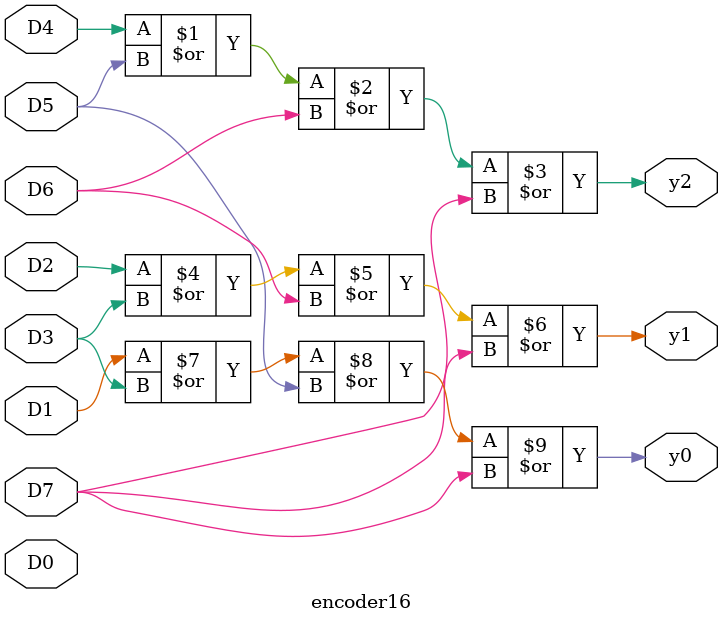
<source format=v>
module encoder16 (D0,D1,D2,D3,D4,D5,D6,D7,
y0,y1,y2);

input D0,D1,D2,D3,D4,D5,D6,D7;
output y0,y1,y2;

assign y2 = D4 | D5 | D6 | D7;
assign y1 = D2 | D3 | D6 | D7;
assign y0 = D1 | D3 | D5 | D7;
endmodule
</source>
